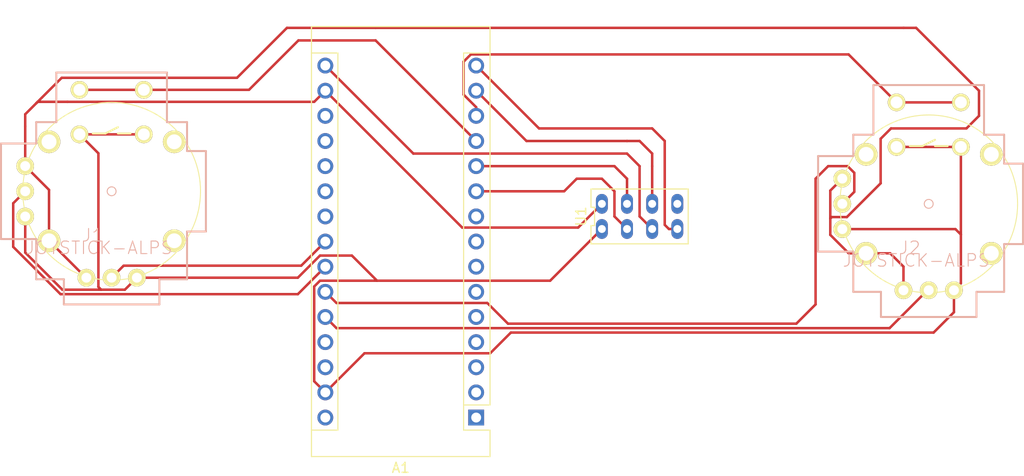
<source format=kicad_pcb>
(kicad_pcb (version 20171130) (host pcbnew 5.1.6-c6e7f7d~87~ubuntu18.04.1)

  (general
    (thickness 1.6)
    (drawings 0)
    (tracks 130)
    (zones 0)
    (modules 4)
    (nets 32)
  )

  (page A4)
  (layers
    (0 F.Cu signal)
    (31 B.Cu signal)
    (32 B.Adhes user)
    (33 F.Adhes user)
    (34 B.Paste user)
    (35 F.Paste user)
    (36 B.SilkS user)
    (37 F.SilkS user)
    (38 B.Mask user)
    (39 F.Mask user)
    (40 Dwgs.User user)
    (41 Cmts.User user)
    (42 Eco1.User user)
    (43 Eco2.User user)
    (44 Edge.Cuts user)
    (45 Margin user)
    (46 B.CrtYd user)
    (47 F.CrtYd user)
    (48 B.Fab user)
    (49 F.Fab user)
  )

  (setup
    (last_trace_width 0.25)
    (trace_clearance 0.2)
    (zone_clearance 0.508)
    (zone_45_only no)
    (trace_min 0.2)
    (via_size 0.8)
    (via_drill 0.4)
    (via_min_size 0.4)
    (via_min_drill 0.3)
    (uvia_size 0.3)
    (uvia_drill 0.1)
    (uvias_allowed no)
    (uvia_min_size 0.2)
    (uvia_min_drill 0.1)
    (edge_width 0.05)
    (segment_width 0.2)
    (pcb_text_width 0.3)
    (pcb_text_size 1.5 1.5)
    (mod_edge_width 0.12)
    (mod_text_size 1 1)
    (mod_text_width 0.15)
    (pad_size 1.778 1.778)
    (pad_drill 1.2)
    (pad_to_mask_clearance 0.05)
    (aux_axis_origin 0 0)
    (visible_elements FFFFFF7F)
    (pcbplotparams
      (layerselection 0x010fc_ffffffff)
      (usegerberextensions false)
      (usegerberattributes true)
      (usegerberadvancedattributes true)
      (creategerberjobfile true)
      (excludeedgelayer true)
      (linewidth 0.100000)
      (plotframeref false)
      (viasonmask false)
      (mode 1)
      (useauxorigin false)
      (hpglpennumber 1)
      (hpglpenspeed 20)
      (hpglpendiameter 15.000000)
      (psnegative false)
      (psa4output false)
      (plotreference true)
      (plotvalue true)
      (plotinvisibletext false)
      (padsonsilk false)
      (subtractmaskfromsilk false)
      (outputformat 1)
      (mirror false)
      (drillshape 1)
      (scaleselection 1)
      (outputdirectory ""))
  )

  (net 0 "")
  (net 1 "Net-(A1-Pad16)")
  (net 2 "Net-(A1-Pad15)")
  (net 3 "Net-(A1-Pad30)")
  (net 4 "Net-(A1-Pad14)")
  (net 5 "Net-(A1-Pad29)")
  (net 6 "Net-(A1-Pad13)")
  (net 7 "Net-(A1-Pad28)")
  (net 8 "Net-(A1-Pad12)")
  (net 9 "Net-(A1-Pad27)")
  (net 10 "Net-(A1-Pad11)")
  (net 11 "Net-(A1-Pad26)")
  (net 12 "Net-(A1-Pad10)")
  (net 13 "Net-(A1-Pad25)")
  (net 14 "Net-(A1-Pad9)")
  (net 15 "Net-(A1-Pad24)")
  (net 16 "Net-(A1-Pad8)")
  (net 17 "Net-(A1-Pad23)")
  (net 18 "Net-(A1-Pad7)")
  (net 19 "Net-(A1-Pad22)")
  (net 20 "Net-(A1-Pad6)")
  (net 21 "Net-(A1-Pad21)")
  (net 22 "Net-(A1-Pad5)")
  (net 23 "Net-(A1-Pad20)")
  (net 24 "Net-(A1-Pad4)")
  (net 25 "Net-(A1-Pad19)")
  (net 26 "Net-(A1-Pad3)")
  (net 27 "Net-(A1-Pad18)")
  (net 28 "Net-(A1-Pad2)")
  (net 29 "Net-(A1-Pad17)")
  (net 30 "Net-(A1-Pad1)")
  (net 31 "Net-(U1-Pad4)")

  (net_class Default "This is the default net class."
    (clearance 0.2)
    (trace_width 0.25)
    (via_dia 0.8)
    (via_drill 0.4)
    (uvia_dia 0.3)
    (uvia_drill 0.1)
    (add_net "Net-(A1-Pad1)")
    (add_net "Net-(A1-Pad10)")
    (add_net "Net-(A1-Pad11)")
    (add_net "Net-(A1-Pad12)")
    (add_net "Net-(A1-Pad13)")
    (add_net "Net-(A1-Pad14)")
    (add_net "Net-(A1-Pad15)")
    (add_net "Net-(A1-Pad16)")
    (add_net "Net-(A1-Pad17)")
    (add_net "Net-(A1-Pad18)")
    (add_net "Net-(A1-Pad19)")
    (add_net "Net-(A1-Pad2)")
    (add_net "Net-(A1-Pad20)")
    (add_net "Net-(A1-Pad21)")
    (add_net "Net-(A1-Pad22)")
    (add_net "Net-(A1-Pad23)")
    (add_net "Net-(A1-Pad24)")
    (add_net "Net-(A1-Pad25)")
    (add_net "Net-(A1-Pad26)")
    (add_net "Net-(A1-Pad27)")
    (add_net "Net-(A1-Pad28)")
    (add_net "Net-(A1-Pad29)")
    (add_net "Net-(A1-Pad3)")
    (add_net "Net-(A1-Pad30)")
    (add_net "Net-(A1-Pad4)")
    (add_net "Net-(A1-Pad5)")
    (add_net "Net-(A1-Pad6)")
    (add_net "Net-(A1-Pad7)")
    (add_net "Net-(A1-Pad8)")
    (add_net "Net-(A1-Pad9)")
    (add_net "Net-(U1-Pad4)")
  )

  (module cad-parts:JOYSTICK-ALPS (layer F.Cu) (tedit 5F508F32) (tstamp 5F50F288)
    (at 71.12 109.22)
    (path /5F50A4B2)
    (attr virtual)
    (fp_text reference J1 (at -1.905 4.445) (layer B.SilkS)
      (effects (font (size 1.27 1.27) (thickness 0.1016)))
    )
    (fp_text value JOYSTICK-ALPS (at -1.27 5.715) (layer B.SilkS)
      (effects (font (size 1.27 1.27) (thickness 0.1016)))
    )
    (fp_circle (center 0 0) (end -6.35 6.35) (layer F.SilkS) (width 0.1016))
    (fp_circle (center 0 0) (end -0.3175 0.3175) (layer B.SilkS) (width 0.1016))
    (fp_line (start 0.635 -5.84) (end 1.905 -5.84) (layer F.SilkS) (width 0.2032))
    (fp_line (start -0.635 -5.84) (end 0.635 -6.475) (layer F.SilkS) (width 0.2032))
    (fp_line (start -1.905 -5.84) (end -0.635 -5.84) (layer F.SilkS) (width 0.2032))
    (fp_line (start -7.62 4.826) (end -7.62 8.89) (layer B.SilkS) (width 0.2032))
    (fp_line (start -7.62 -4.826) (end -7.62 -6.985) (layer B.SilkS) (width 0.2032))
    (fp_line (start -11.176 -4.826) (end -11.176 4.826) (layer B.SilkS) (width 0.2032))
    (fp_line (start -7.62 4.826) (end -11.176 4.826) (layer B.SilkS) (width 0.2032))
    (fp_line (start -7.62 -4.826) (end -11.176 -4.826) (layer B.SilkS) (width 0.2032))
    (fp_line (start -5.588 -12) (end -5.588 -6.985) (layer B.SilkS) (width 0.2032))
    (fp_line (start 5.588 -12) (end 5.588 -6.985) (layer B.SilkS) (width 0.2032))
    (fp_line (start -5.588 -6.985) (end -7.62 -6.985) (layer B.SilkS) (width 0.2032))
    (fp_line (start 7.62 -6.985) (end 5.588 -6.985) (layer B.SilkS) (width 0.2032))
    (fp_line (start 7.62 4.064) (end 9.525 4.064) (layer B.SilkS) (width 0.2032))
    (fp_line (start 7.62 -4.064) (end 9.525 -4.064) (layer B.SilkS) (width 0.2032))
    (fp_line (start 7.62 4.064) (end 7.62 8.89) (layer B.SilkS) (width 0.2032))
    (fp_line (start 7.62 -4.064) (end 7.62 -6.985) (layer B.SilkS) (width 0.2032))
    (fp_line (start 9.525 -4.064) (end 9.525 4.064) (layer B.SilkS) (width 0.2032))
    (fp_line (start -4.826 8.89) (end -7.62 8.89) (layer B.SilkS) (width 0.2032))
    (fp_line (start 4.826 8.89) (end 7.62 8.89) (layer B.SilkS) (width 0.2032))
    (fp_line (start -4.826 11.43) (end -4.826 8.89) (layer B.SilkS) (width 0.2032))
    (fp_line (start 4.826 11.43) (end 4.826 8.89) (layer B.SilkS) (width 0.2032))
    (fp_line (start 4.826 11.43) (end -4.826 11.43) (layer B.SilkS) (width 0.2032))
    (fp_line (start 5.588 -12) (end -5.588 -12) (layer B.SilkS) (width 0.2032))
    (pad 4 thru_hole circle (at -8.73 2.55) (size 1.778 1.778) (drill 1) (layers *.Cu F.Paste F.SilkS F.Mask)
      (net 5 "Net-(A1-Pad29)"))
    (pad 1 thru_hole circle (at -8.73 0) (size 1.778 1.778) (drill 1) (layers *.Cu F.Paste F.SilkS F.Mask)
      (net 15 "Net-(A1-Pad24)"))
    (pad 0 thru_hole circle (at -8.732 -2.55) (size 1.778 1.778) (drill 1) (layers *.Cu F.Paste F.SilkS F.Mask)
      (net 29 "Net-(A1-Pad17)"))
    (pad MOUN thru_hole circle (at 6.325 -5) (size 2.286 2.286) (drill 1.5) (layers *.Cu F.Paste F.SilkS F.Mask))
    (pad MOUN thru_hole circle (at 6.325 5) (size 2.286 2.286) (drill 1.5) (layers *.Cu F.Paste F.SilkS F.Mask))
    (pad 0 thru_hole circle (at -6.325 5) (size 2.286 2.286) (drill 1.5) (layers *.Cu F.Paste F.SilkS F.Mask)
      (net 29 "Net-(A1-Pad17)"))
    (pad MOUN thru_hole circle (at -6.325 -5) (size 2.286 2.286) (drill 1.5) (layers *.Cu F.Paste F.SilkS F.Mask))
    (pad 4 thru_hole circle (at 2.55 8.73) (size 1.778 1.778) (drill 1) (layers *.Cu F.Paste F.SilkS F.Mask)
      (net 5 "Net-(A1-Pad29)"))
    (pad 2 thru_hole circle (at 0 8.73) (size 1.778 1.778) (drill 1) (layers *.Cu F.Paste F.SilkS F.Mask)
      (net 17 "Net-(A1-Pad23)"))
    (pad 0 thru_hole circle (at -2.55 8.73) (size 1.778 1.778) (drill 1) (layers *.Cu F.Paste F.SilkS F.Mask)
      (net 29 "Net-(A1-Pad17)"))
    (pad 4 thru_hole circle (at 3.25 -5.75) (size 1.778 1.778) (drill 1.2) (layers *.Cu F.Paste F.SilkS F.Mask)
      (net 5 "Net-(A1-Pad29)"))
    (pad 4 thru_hole circle (at -3.25 -5.75) (size 1.778 1.778) (drill 1.2) (layers *.Cu F.Paste F.SilkS F.Mask)
      (net 5 "Net-(A1-Pad29)"))
    (pad 3 thru_hole circle (at 3.25 -10.25) (size 1.778 1.778) (drill 1.2) (layers *.Cu F.Paste F.SilkS F.Mask)
      (net 8 "Net-(A1-Pad12)"))
    (pad 3 thru_hole circle (at -3.25 -10.25) (size 1.778 1.778) (drill 1.2) (layers *.Cu F.Paste F.SilkS F.Mask)
      (net 8 "Net-(A1-Pad12)"))
  )

  (module Module:Arduino_Nano (layer F.Cu) (tedit 58ACAF70) (tstamp 5F50ECE2)
    (at 107.95 132.08 180)
    (descr "Arduino Nano, http://www.mouser.com/pdfdocs/Gravitech_Arduino_Nano3_0.pdf")
    (tags "Arduino Nano")
    (path /5F50914A)
    (fp_text reference A1 (at 7.62 -5.08) (layer F.SilkS)
      (effects (font (size 1 1) (thickness 0.15)))
    )
    (fp_text value Arduino_Nano_v2.x (at 8.89 19.05 90) (layer F.Fab)
      (effects (font (size 1 1) (thickness 0.15)))
    )
    (fp_text user %R (at 6.35 19.05 90) (layer F.Fab)
      (effects (font (size 1 1) (thickness 0.15)))
    )
    (fp_line (start 1.27 1.27) (end 1.27 -1.27) (layer F.SilkS) (width 0.12))
    (fp_line (start 1.27 -1.27) (end -1.4 -1.27) (layer F.SilkS) (width 0.12))
    (fp_line (start -1.4 1.27) (end -1.4 39.5) (layer F.SilkS) (width 0.12))
    (fp_line (start -1.4 -3.94) (end -1.4 -1.27) (layer F.SilkS) (width 0.12))
    (fp_line (start 13.97 -1.27) (end 16.64 -1.27) (layer F.SilkS) (width 0.12))
    (fp_line (start 13.97 -1.27) (end 13.97 36.83) (layer F.SilkS) (width 0.12))
    (fp_line (start 13.97 36.83) (end 16.64 36.83) (layer F.SilkS) (width 0.12))
    (fp_line (start 1.27 1.27) (end -1.4 1.27) (layer F.SilkS) (width 0.12))
    (fp_line (start 1.27 1.27) (end 1.27 36.83) (layer F.SilkS) (width 0.12))
    (fp_line (start 1.27 36.83) (end -1.4 36.83) (layer F.SilkS) (width 0.12))
    (fp_line (start 3.81 31.75) (end 11.43 31.75) (layer F.Fab) (width 0.1))
    (fp_line (start 11.43 31.75) (end 11.43 41.91) (layer F.Fab) (width 0.1))
    (fp_line (start 11.43 41.91) (end 3.81 41.91) (layer F.Fab) (width 0.1))
    (fp_line (start 3.81 41.91) (end 3.81 31.75) (layer F.Fab) (width 0.1))
    (fp_line (start -1.4 39.5) (end 16.64 39.5) (layer F.SilkS) (width 0.12))
    (fp_line (start 16.64 39.5) (end 16.64 -3.94) (layer F.SilkS) (width 0.12))
    (fp_line (start 16.64 -3.94) (end -1.4 -3.94) (layer F.SilkS) (width 0.12))
    (fp_line (start 16.51 39.37) (end -1.27 39.37) (layer F.Fab) (width 0.1))
    (fp_line (start -1.27 39.37) (end -1.27 -2.54) (layer F.Fab) (width 0.1))
    (fp_line (start -1.27 -2.54) (end 0 -3.81) (layer F.Fab) (width 0.1))
    (fp_line (start 0 -3.81) (end 16.51 -3.81) (layer F.Fab) (width 0.1))
    (fp_line (start 16.51 -3.81) (end 16.51 39.37) (layer F.Fab) (width 0.1))
    (fp_line (start -1.53 -4.06) (end 16.75 -4.06) (layer F.CrtYd) (width 0.05))
    (fp_line (start -1.53 -4.06) (end -1.53 42.16) (layer F.CrtYd) (width 0.05))
    (fp_line (start 16.75 42.16) (end 16.75 -4.06) (layer F.CrtYd) (width 0.05))
    (fp_line (start 16.75 42.16) (end -1.53 42.16) (layer F.CrtYd) (width 0.05))
    (pad 16 thru_hole oval (at 15.24 35.56 180) (size 1.6 1.6) (drill 1) (layers *.Cu *.Mask)
      (net 1 "Net-(A1-Pad16)"))
    (pad 15 thru_hole oval (at 0 35.56 180) (size 1.6 1.6) (drill 1) (layers *.Cu *.Mask)
      (net 2 "Net-(A1-Pad15)"))
    (pad 30 thru_hole oval (at 15.24 0 180) (size 1.6 1.6) (drill 1) (layers *.Cu *.Mask)
      (net 3 "Net-(A1-Pad30)"))
    (pad 14 thru_hole oval (at 0 33.02 180) (size 1.6 1.6) (drill 1) (layers *.Cu *.Mask)
      (net 4 "Net-(A1-Pad14)"))
    (pad 29 thru_hole oval (at 15.24 2.54 180) (size 1.6 1.6) (drill 1) (layers *.Cu *.Mask)
      (net 5 "Net-(A1-Pad29)"))
    (pad 13 thru_hole oval (at 0 30.48 180) (size 1.6 1.6) (drill 1) (layers *.Cu *.Mask)
      (net 6 "Net-(A1-Pad13)"))
    (pad 28 thru_hole oval (at 15.24 5.08 180) (size 1.6 1.6) (drill 1) (layers *.Cu *.Mask)
      (net 7 "Net-(A1-Pad28)"))
    (pad 12 thru_hole oval (at 0 27.94 180) (size 1.6 1.6) (drill 1) (layers *.Cu *.Mask)
      (net 8 "Net-(A1-Pad12)"))
    (pad 27 thru_hole oval (at 15.24 7.62 180) (size 1.6 1.6) (drill 1) (layers *.Cu *.Mask)
      (net 9 "Net-(A1-Pad27)"))
    (pad 11 thru_hole oval (at 0 25.4 180) (size 1.6 1.6) (drill 1) (layers *.Cu *.Mask)
      (net 10 "Net-(A1-Pad11)"))
    (pad 26 thru_hole oval (at 15.24 10.16 180) (size 1.6 1.6) (drill 1) (layers *.Cu *.Mask)
      (net 11 "Net-(A1-Pad26)"))
    (pad 10 thru_hole oval (at 0 22.86 180) (size 1.6 1.6) (drill 1) (layers *.Cu *.Mask)
      (net 12 "Net-(A1-Pad10)"))
    (pad 25 thru_hole oval (at 15.24 12.7 180) (size 1.6 1.6) (drill 1) (layers *.Cu *.Mask)
      (net 13 "Net-(A1-Pad25)"))
    (pad 9 thru_hole oval (at 0 20.32 180) (size 1.6 1.6) (drill 1) (layers *.Cu *.Mask)
      (net 14 "Net-(A1-Pad9)"))
    (pad 24 thru_hole oval (at 15.24 15.24 180) (size 1.6 1.6) (drill 1) (layers *.Cu *.Mask)
      (net 15 "Net-(A1-Pad24)"))
    (pad 8 thru_hole oval (at 0 17.78 180) (size 1.6 1.6) (drill 1) (layers *.Cu *.Mask)
      (net 16 "Net-(A1-Pad8)"))
    (pad 23 thru_hole oval (at 15.24 17.78 180) (size 1.6 1.6) (drill 1) (layers *.Cu *.Mask)
      (net 17 "Net-(A1-Pad23)"))
    (pad 7 thru_hole oval (at 0 15.24 180) (size 1.6 1.6) (drill 1) (layers *.Cu *.Mask)
      (net 18 "Net-(A1-Pad7)"))
    (pad 22 thru_hole oval (at 15.24 20.32 180) (size 1.6 1.6) (drill 1) (layers *.Cu *.Mask)
      (net 19 "Net-(A1-Pad22)"))
    (pad 6 thru_hole oval (at 0 12.7 180) (size 1.6 1.6) (drill 1) (layers *.Cu *.Mask)
      (net 20 "Net-(A1-Pad6)"))
    (pad 21 thru_hole oval (at 15.24 22.86 180) (size 1.6 1.6) (drill 1) (layers *.Cu *.Mask)
      (net 21 "Net-(A1-Pad21)"))
    (pad 5 thru_hole oval (at 0 10.16 180) (size 1.6 1.6) (drill 1) (layers *.Cu *.Mask)
      (net 22 "Net-(A1-Pad5)"))
    (pad 20 thru_hole oval (at 15.24 25.4 180) (size 1.6 1.6) (drill 1) (layers *.Cu *.Mask)
      (net 23 "Net-(A1-Pad20)"))
    (pad 4 thru_hole oval (at 0 7.62 180) (size 1.6 1.6) (drill 1) (layers *.Cu *.Mask)
      (net 24 "Net-(A1-Pad4)"))
    (pad 19 thru_hole oval (at 15.24 27.94 180) (size 1.6 1.6) (drill 1) (layers *.Cu *.Mask)
      (net 25 "Net-(A1-Pad19)"))
    (pad 3 thru_hole oval (at 0 5.08 180) (size 1.6 1.6) (drill 1) (layers *.Cu *.Mask)
      (net 26 "Net-(A1-Pad3)"))
    (pad 18 thru_hole oval (at 15.24 30.48 180) (size 1.6 1.6) (drill 1) (layers *.Cu *.Mask)
      (net 27 "Net-(A1-Pad18)"))
    (pad 2 thru_hole oval (at 0 2.54 180) (size 1.6 1.6) (drill 1) (layers *.Cu *.Mask)
      (net 28 "Net-(A1-Pad2)"))
    (pad 17 thru_hole oval (at 15.24 33.02 180) (size 1.6 1.6) (drill 1) (layers *.Cu *.Mask)
      (net 29 "Net-(A1-Pad17)"))
    (pad 1 thru_hole rect (at 0 0 180) (size 1.6 1.6) (drill 1) (layers *.Cu *.Mask)
      (net 30 "Net-(A1-Pad1)"))
    (model ${KISYS3DMOD}/Module.3dshapes/Arduino_Nano_WithMountingHoles.wrl
      (at (xyz 0 0 0))
      (scale (xyz 1 1 1))
      (rotate (xyz 0 0 0))
    )
  )

  (module cad-parts:JOYSTICK-ALPS (layer F.Cu) (tedit 5F51AB0B) (tstamp 5F51ACDE)
    (at 153.67 110.49)
    (path /5F510B0B)
    (attr virtual)
    (fp_text reference J2 (at -1.905 4.445) (layer B.SilkS)
      (effects (font (size 1.27 1.27) (thickness 0.1016)))
    )
    (fp_text value JOYSTICK-ALPS (at -1.27 5.715) (layer B.SilkS)
      (effects (font (size 1.27 1.27) (thickness 0.1016)))
    )
    (fp_circle (center 0 0) (end -6.35 6.35) (layer F.SilkS) (width 0.1016))
    (fp_circle (center 0 0) (end -0.3175 0.3175) (layer B.SilkS) (width 0.1016))
    (fp_line (start 0.635 -5.84) (end 1.905 -5.84) (layer F.SilkS) (width 0.2032))
    (fp_line (start -0.635 -5.84) (end 0.635 -6.475) (layer F.SilkS) (width 0.2032))
    (fp_line (start -1.905 -5.84) (end -0.635 -5.84) (layer F.SilkS) (width 0.2032))
    (fp_line (start -7.62 4.826) (end -7.62 8.89) (layer B.SilkS) (width 0.2032))
    (fp_line (start -7.62 -4.826) (end -7.62 -6.985) (layer B.SilkS) (width 0.2032))
    (fp_line (start -11.176 -4.826) (end -11.176 4.826) (layer B.SilkS) (width 0.2032))
    (fp_line (start -7.62 4.826) (end -11.176 4.826) (layer B.SilkS) (width 0.2032))
    (fp_line (start -7.62 -4.826) (end -11.176 -4.826) (layer B.SilkS) (width 0.2032))
    (fp_line (start -5.588 -12) (end -5.588 -6.985) (layer B.SilkS) (width 0.2032))
    (fp_line (start 5.588 -12) (end 5.588 -6.985) (layer B.SilkS) (width 0.2032))
    (fp_line (start -5.588 -6.985) (end -7.62 -6.985) (layer B.SilkS) (width 0.2032))
    (fp_line (start 7.62 -6.985) (end 5.588 -6.985) (layer B.SilkS) (width 0.2032))
    (fp_line (start 7.62 4.064) (end 9.525 4.064) (layer B.SilkS) (width 0.2032))
    (fp_line (start 7.62 -4.064) (end 9.525 -4.064) (layer B.SilkS) (width 0.2032))
    (fp_line (start 7.62 4.064) (end 7.62 8.89) (layer B.SilkS) (width 0.2032))
    (fp_line (start 7.62 -4.064) (end 7.62 -6.985) (layer B.SilkS) (width 0.2032))
    (fp_line (start 9.525 -4.064) (end 9.525 4.064) (layer B.SilkS) (width 0.2032))
    (fp_line (start -4.826 8.89) (end -7.62 8.89) (layer B.SilkS) (width 0.2032))
    (fp_line (start 4.826 8.89) (end 7.62 8.89) (layer B.SilkS) (width 0.2032))
    (fp_line (start -4.826 11.43) (end -4.826 8.89) (layer B.SilkS) (width 0.2032))
    (fp_line (start 4.826 11.43) (end 4.826 8.89) (layer B.SilkS) (width 0.2032))
    (fp_line (start 4.826 11.43) (end -4.826 11.43) (layer B.SilkS) (width 0.2032))
    (fp_line (start 5.588 -12) (end -5.588 -12) (layer B.SilkS) (width 0.2032))
    (pad 4 thru_hole circle (at -8.73 2.55) (size 1.778 1.778) (drill 1) (layers *.Cu F.Paste F.SilkS F.Mask)
      (net 5 "Net-(A1-Pad29)"))
    (pad 1 thru_hole circle (at -8.73 0) (size 1.778 1.778) (drill 1) (layers *.Cu F.Paste F.SilkS F.Mask)
      (net 13 "Net-(A1-Pad25)"))
    (pad 0 thru_hole circle (at -8.732 -2.55) (size 1.778 1.778) (drill 1) (layers *.Cu F.Paste F.SilkS F.Mask)
      (net 29 "Net-(A1-Pad17)"))
    (pad MOUN thru_hole circle (at 6.325 -5) (size 2.286 2.286) (drill 1.5) (layers *.Cu F.Paste F.SilkS F.Mask))
    (pad MOUN thru_hole circle (at 6.325 5) (size 2.286 2.286) (drill 1.5) (layers *.Cu F.Paste F.SilkS F.Mask))
    (pad 0 thru_hole circle (at -6.325 5) (size 2.286 2.286) (drill 1.5) (layers *.Cu F.Paste F.SilkS F.Mask)
      (net 29 "Net-(A1-Pad17)"))
    (pad MOUN thru_hole circle (at -6.325 -5) (size 2.286 2.286) (drill 1.5) (layers *.Cu F.Paste F.SilkS F.Mask))
    (pad 4 thru_hole circle (at 2.55 8.73) (size 1.778 1.778) (drill 1) (layers *.Cu F.Paste F.SilkS F.Mask)
      (net 5 "Net-(A1-Pad29)"))
    (pad 2 thru_hole circle (at 0 8.73) (size 1.778 1.778) (drill 1) (layers *.Cu F.Paste F.SilkS F.Mask)
      (net 11 "Net-(A1-Pad26)"))
    (pad 0 thru_hole circle (at -2.55 8.73) (size 1.778 1.778) (drill 1) (layers *.Cu F.Paste F.SilkS F.Mask)
      (net 29 "Net-(A1-Pad17)"))
    (pad 4 thru_hole circle (at 3.25 -5.75) (size 1.778 1.778) (drill 1.2) (layers *.Cu F.Paste F.SilkS F.Mask)
      (net 5 "Net-(A1-Pad29)"))
    (pad 4 thru_hole circle (at -3.25 -5.75) (size 1.778 1.778) (drill 1.2) (layers *.Cu F.Paste F.SilkS F.Mask)
      (net 5 "Net-(A1-Pad29)"))
    (pad 3 thru_hole circle (at 3.25 -10.25) (size 1.778 1.778) (drill 1.2) (layers *.Cu F.Paste F.SilkS F.Mask)
      (net 6 "Net-(A1-Pad13)"))
    (pad 3 thru_hole circle (at -3.25 -10.25) (size 1.778 1.778) (drill 1.2) (layers *.Cu F.Paste F.SilkS F.Mask)
      (net 6 "Net-(A1-Pad13)"))
  )

  (module cad-parts:nRF24 (layer F.Cu) (tedit 5F508F62) (tstamp 5F50F07A)
    (at 124.46 111.76)
    (path /5F508671)
    (fp_text reference U1 (at -5.91 0 90) (layer F.SilkS)
      (effects (font (size 1 1) (thickness 0.15)))
    )
    (fp_text value nRF24 (at 0 -3.81) (layer F.Fab)
      (effects (font (size 1 1) (thickness 0.15)))
    )
    (fp_line (start -4.91 2.769999) (end 4.91 2.77) (layer F.SilkS) (width 0.12))
    (fp_line (start 4.91 2.77) (end 4.91 -2.769999) (layer F.SilkS) (width 0.12))
    (fp_line (start 4.91 -2.769999) (end -4.91 -2.77) (layer F.SilkS) (width 0.12))
    (fp_line (start -4.91 -2.77) (end -4.91 -0.923333) (layer F.SilkS) (width 0.12))
    (fp_line (start -4.91 -0.923333) (end -4.55 -0.923333) (layer F.SilkS) (width 0.12))
    (fp_line (start -4.55 -0.923333) (end -4.55 0.923333) (layer F.SilkS) (width 0.12))
    (fp_line (start -4.55 0.923333) (end -4.91 0.923333) (layer F.SilkS) (width 0.12))
    (fp_line (start -4.91 0.923333) (end -4.91 2.769999) (layer F.SilkS) (width 0.12))
    (fp_line (start -4.66 -2.52) (end 4.66 -2.52) (layer F.CrtYd) (width 0.05))
    (fp_line (start 4.66 -2.52) (end 4.66 2.52) (layer F.CrtYd) (width 0.05))
    (fp_line (start 4.66 2.52) (end -4.66 2.52) (layer F.CrtYd) (width 0.05))
    (fp_line (start -4.66 2.52) (end -4.66 -2.52) (layer F.CrtYd) (width 0.05))
    (pad 3 thru_hole oval (at 3.81 1.27) (size 1.2 2) (drill 0.8) (layers *.Cu *.Mask)
      (net 2 "Net-(A1-Pad15)"))
    (pad 4 thru_hole oval (at 3.81 -1.27) (size 1.2 2) (drill 0.8) (layers *.Cu *.Mask)
      (net 31 "Net-(U1-Pad4)"))
    (pad 2 thru_hole oval (at 1.27 1.27) (size 1.2 2) (drill 0.8) (layers *.Cu *.Mask)
      (net 1 "Net-(A1-Pad16)"))
    (pad 5 thru_hole oval (at 1.27 -1.27) (size 1.2 2) (drill 0.8) (layers *.Cu *.Mask)
      (net 4 "Net-(A1-Pad14)"))
    (pad 1 thru_hole oval (at -1.27 1.27) (size 1.2 2) (drill 0.8) (layers *.Cu *.Mask)
      (net 12 "Net-(A1-Pad10)"))
    (pad 6 thru_hole oval (at -1.27 -1.27) (size 1.2 2) (drill 0.8) (layers *.Cu *.Mask)
      (net 10 "Net-(A1-Pad11)"))
    (pad 0 thru_hole oval (at -3.81 1.27) (size 1.2 2) (drill 0.8) (layers *.Cu *.Mask)
      (net 5 "Net-(A1-Pad29)"))
    (pad 7 thru_hole oval (at -3.81 -1.27) (size 1.2 2) (drill 0.8) (layers *.Cu *.Mask)
      (net 29 "Net-(A1-Pad17)"))
  )

  (segment (start 125.73 113.03) (end 124.46 111.76) (width 0.25) (layer F.Cu) (net 1))
  (segment (start 124.46 111.76) (end 124.46 106.68) (width 0.25) (layer F.Cu) (net 1))
  (segment (start 92.71 96.52) (end 101.6 105.41) (width 0.25) (layer F.Cu) (net 1))
  (segment (start 101.6 105.41) (end 123.19 105.41) (width 0.25) (layer F.Cu) (net 1))
  (segment (start 123.19 105.41) (end 124.46 106.68) (width 0.25) (layer F.Cu) (net 1))
  (segment (start 127.42 113.03) (end 127 112.61) (width 0.25) (layer F.Cu) (net 2))
  (segment (start 128.27 113.03) (end 127.42 113.03) (width 0.25) (layer F.Cu) (net 2))
  (segment (start 107.95 96.52) (end 114.3 102.87) (width 0.25) (layer F.Cu) (net 2))
  (segment (start 114.3 102.87) (end 125.73 102.87) (width 0.25) (layer F.Cu) (net 2))
  (segment (start 125.73 102.87) (end 127 104.14) (width 0.25) (layer F.Cu) (net 2))
  (segment (start 127 104.14) (end 127 112.61) (width 0.25) (layer F.Cu) (net 2))
  (segment (start 125.73 106.68) (end 125.73 110.49) (width 0.25) (layer F.Cu) (net 4))
  (segment (start 107.95 99.06) (end 113.03 104.14) (width 0.25) (layer F.Cu) (net 4))
  (segment (start 113.03 104.14) (end 123.19 104.14) (width 0.25) (layer F.Cu) (net 4))
  (segment (start 123.19 104.14) (end 124.46 104.14) (width 0.25) (layer F.Cu) (net 4))
  (segment (start 124.46 104.14) (end 125.73 105.41) (width 0.25) (layer F.Cu) (net 4))
  (segment (start 125.73 105.41) (end 125.73 106.68) (width 0.25) (layer F.Cu) (net 4))
  (segment (start 156.92 104.74) (end 150.42 104.74) (width 0.25) (layer F.Cu) (net 5))
  (segment (start 72.455999 119.164001) (end 73.67 117.95) (width 0.25) (layer F.Cu) (net 5))
  (segment (start 91.584999 128.414999) (end 92.71 129.54) (width 0.25) (layer F.Cu) (net 5))
  (segment (start 91.584999 118.839999) (end 91.584999 128.414999) (width 0.25) (layer F.Cu) (net 5))
  (segment (start 92.169999 118.254999) (end 91.584999 118.839999) (width 0.25) (layer F.Cu) (net 5))
  (segment (start 120.65 113.03) (end 115.425001 118.254999) (width 0.25) (layer F.Cu) (net 5))
  (segment (start 97.934999 118.254999) (end 92.169999 118.254999) (width 0.25) (layer F.Cu) (net 5))
  (segment (start 115.425001 118.254999) (end 97.934999 118.254999) (width 0.25) (layer F.Cu) (net 5))
  (segment (start 89.934998 117.95) (end 73.67 117.95) (width 0.25) (layer F.Cu) (net 5))
  (segment (start 92.169999 115.714999) (end 89.934998 117.95) (width 0.25) (layer F.Cu) (net 5))
  (segment (start 95.394999 115.714999) (end 92.169999 115.714999) (width 0.25) (layer F.Cu) (net 5))
  (segment (start 97.934999 118.254999) (end 95.394999 115.714999) (width 0.25) (layer F.Cu) (net 5))
  (segment (start 69.784001 118.882003) (end 70.065999 119.164001) (width 0.25) (layer F.Cu) (net 5))
  (segment (start 70.065999 119.164001) (end 72.455999 119.164001) (width 0.25) (layer F.Cu) (net 5))
  (segment (start 92.71 129.54) (end 96.664999 125.585001) (width 0.25) (layer F.Cu) (net 5))
  (segment (start 111.454989 123.495011) (end 154.162631 123.495011) (width 0.25) (layer F.Cu) (net 5))
  (segment (start 96.664999 125.585001) (end 109.364999 125.585001) (width 0.25) (layer F.Cu) (net 5))
  (segment (start 109.364999 125.585001) (end 111.454989 123.495011) (width 0.25) (layer F.Cu) (net 5))
  (segment (start 74.37 103.47) (end 67.87 103.47) (width 0.25) (layer F.Cu) (net 5))
  (segment (start 67.87 103.47) (end 69.784001 105.384001) (width 0.25) (layer F.Cu) (net 5))
  (segment (start 69.784001 105.384001) (end 69.784001 118.882003) (width 0.25) (layer F.Cu) (net 5))
  (segment (start 156.92 118.52) (end 156.22 119.22) (width 0.25) (layer F.Cu) (net 5))
  (segment (start 156.37 113.04) (end 156.92 113.59) (width 0.25) (layer F.Cu) (net 5))
  (segment (start 144.94 113.04) (end 156.37 113.04) (width 0.25) (layer F.Cu) (net 5))
  (segment (start 156.92 104.74) (end 156.92 113.59) (width 0.25) (layer F.Cu) (net 5))
  (segment (start 156.92 113.59) (end 156.92 118.52) (width 0.25) (layer F.Cu) (net 5))
  (segment (start 156.22 121.437642) (end 154.162631 123.495011) (width 0.25) (layer F.Cu) (net 5))
  (segment (start 156.22 119.22) (end 156.22 121.437642) (width 0.25) (layer F.Cu) (net 5))
  (segment (start 62.39 111.77) (end 62.39 115.41) (width 0.25) (layer F.Cu) (net 5))
  (segment (start 66.144001 119.164001) (end 70.065999 119.164001) (width 0.25) (layer F.Cu) (net 5))
  (segment (start 62.39 115.41) (end 66.144001 119.164001) (width 0.25) (layer F.Cu) (net 5))
  (segment (start 156.92 100.24) (end 150.42 100.24) (width 0.25) (layer F.Cu) (net 6))
  (segment (start 107.409999 95.394999) (end 106.68 96.124998) (width 0.25) (layer F.Cu) (net 6))
  (segment (start 145.574999 95.394999) (end 107.409999 95.394999) (width 0.25) (layer F.Cu) (net 6))
  (segment (start 150.42 100.24) (end 145.574999 95.394999) (width 0.25) (layer F.Cu) (net 6))
  (segment (start 106.68 99.455002) (end 107.95 100.725002) (width 0.25) (layer F.Cu) (net 6))
  (segment (start 107.95 100.725002) (end 107.95 101.6) (width 0.25) (layer F.Cu) (net 6))
  (segment (start 106.68 96.124998) (end 106.68 99.455002) (width 0.25) (layer F.Cu) (net 6))
  (segment (start 146.152001 107.357279) (end 145.474722 106.68) (width 0.25) (layer F.Cu) (net 13))
  (segment (start 146.152001 109.277999) (end 146.152001 107.357279) (width 0.25) (layer F.Cu) (net 13))
  (segment (start 144.94 110.49) (end 146.152001 109.277999) (width 0.25) (layer F.Cu) (net 13))
  (segment (start 67.87 98.97) (end 74.37 98.97) (width 0.25) (layer F.Cu) (net 8))
  (segment (start 97.79 93.98) (end 107.95 104.14) (width 0.25) (layer F.Cu) (net 8))
  (segment (start 74.37 98.97) (end 85 98.97) (width 0.25) (layer F.Cu) (net 8))
  (segment (start 89.99 93.98) (end 97.79 93.98) (width 0.25) (layer F.Cu) (net 8))
  (segment (start 85 98.97) (end 89.99 93.98) (width 0.25) (layer F.Cu) (net 8))
  (segment (start 107.95 106.68) (end 121.92 106.68) (width 0.25) (layer F.Cu) (net 10))
  (segment (start 121.92 106.68) (end 123.19 107.95) (width 0.25) (layer F.Cu) (net 10))
  (segment (start 123.19 110.49) (end 123.19 107.95) (width 0.25) (layer F.Cu) (net 10))
  (segment (start 93.835001 123.045001) (end 149.715001 123.045001) (width 0.25) (layer F.Cu) (net 11))
  (segment (start 92.71 121.92) (end 93.835001 123.045001) (width 0.25) (layer F.Cu) (net 11))
  (segment (start 153.540002 119.22) (end 153.67 119.22) (width 0.25) (layer F.Cu) (net 11))
  (segment (start 149.715001 123.045001) (end 153.540002 119.22) (width 0.25) (layer F.Cu) (net 11))
  (segment (start 120.65 107.95) (end 118.11 107.95) (width 0.25) (layer F.Cu) (net 12))
  (segment (start 116.84 109.22) (end 107.95 109.22) (width 0.25) (layer F.Cu) (net 12))
  (segment (start 121.92 109.22) (end 120.65 107.95) (width 0.25) (layer F.Cu) (net 12))
  (segment (start 118.11 107.95) (end 116.84 109.22) (width 0.25) (layer F.Cu) (net 12))
  (segment (start 123.19 113.03) (end 121.92 111.76) (width 0.25) (layer F.Cu) (net 12))
  (segment (start 121.92 111.76) (end 121.92 109.22) (width 0.25) (layer F.Cu) (net 12))
  (segment (start 142.24 120.65) (end 142.24 107.95) (width 0.25) (layer F.Cu) (net 13))
  (segment (start 142.24 107.95) (end 143.51 106.68) (width 0.25) (layer F.Cu) (net 13))
  (segment (start 140.295009 122.594991) (end 142.24 120.65) (width 0.25) (layer F.Cu) (net 13))
  (segment (start 145.474722 106.68) (end 143.51 106.68) (width 0.25) (layer F.Cu) (net 13))
  (segment (start 92.71 119.38) (end 93.835001 120.505001) (width 0.25) (layer F.Cu) (net 13))
  (segment (start 93.835001 120.505001) (end 109.075001 120.505001) (width 0.25) (layer F.Cu) (net 13))
  (segment (start 109.075001 120.505001) (end 111.164991 122.594991) (width 0.25) (layer F.Cu) (net 13))
  (segment (start 111.164991 122.594991) (end 140.295009 122.594991) (width 0.25) (layer F.Cu) (net 13))
  (segment (start 89.935989 119.614011) (end 92.71 116.84) (width 0.25) (layer F.Cu) (net 15))
  (segment (start 65.957601 119.614011) (end 89.935989 119.614011) (width 0.25) (layer F.Cu) (net 15))
  (segment (start 61.175999 110.434001) (end 61.175999 114.832409) (width 0.25) (layer F.Cu) (net 15))
  (segment (start 61.175999 114.832409) (end 65.957601 119.614011) (width 0.25) (layer F.Cu) (net 15))
  (segment (start 62.39 109.22) (end 61.175999 110.434001) (width 0.25) (layer F.Cu) (net 15))
  (segment (start 72.334001 116.735999) (end 71.12 117.95) (width 0.25) (layer F.Cu) (net 17))
  (segment (start 90.274001 116.735999) (end 72.334001 116.735999) (width 0.25) (layer F.Cu) (net 17))
  (segment (start 92.71 114.3) (end 90.274001 116.735999) (width 0.25) (layer F.Cu) (net 17))
  (segment (start 151.12 119.22) (end 151.12 116.83) (width 0.25) (layer F.Cu) (net 29))
  (segment (start 149.78 115.49) (end 147.345 115.49) (width 0.25) (layer F.Cu) (net 29))
  (segment (start 151.12 116.83) (end 149.78 115.49) (width 0.25) (layer F.Cu) (net 29))
  (segment (start 143.725999 109.152001) (end 144.938 107.94) (width 0.25) (layer F.Cu) (net 29))
  (segment (start 145.593278 115.49) (end 143.725999 113.622721) (width 0.25) (layer F.Cu) (net 29))
  (segment (start 147.345 115.49) (end 145.593278 115.49) (width 0.25) (layer F.Cu) (net 29))
  (segment (start 68.525 117.95) (end 68.57 117.95) (width 0.25) (layer F.Cu) (net 29))
  (segment (start 64.795 114.22) (end 68.525 117.95) (width 0.25) (layer F.Cu) (net 29))
  (segment (start 106.535001 112.885001) (end 92.71 99.06) (width 0.25) (layer F.Cu) (net 29))
  (segment (start 118.254999 112.885001) (end 106.535001 112.885001) (width 0.25) (layer F.Cu) (net 29))
  (segment (start 120.65 110.49) (end 118.254999 112.885001) (width 0.25) (layer F.Cu) (net 29))
  (segment (start 91.585999 100.184001) (end 92.71 99.06) (width 0.25) (layer F.Cu) (net 29))
  (segment (start 66.658357 100.184001) (end 91.585999 100.184001) (width 0.25) (layer F.Cu) (net 29))
  (segment (start 143.725999 113.622721) (end 143.725999 111.975999) (width 0.25) (layer F.Cu) (net 29))
  (segment (start 143.725999 111.975999) (end 143.725999 109.152001) (width 0.25) (layer F.Cu) (net 29))
  (segment (start 66.655999 100.181643) (end 66.658357 100.184001) (width 0.25) (layer F.Cu) (net 29))
  (segment (start 64.795 109.077) (end 62.388 106.67) (width 0.25) (layer F.Cu) (net 29))
  (segment (start 64.795 114.22) (end 64.795 109.077) (width 0.25) (layer F.Cu) (net 29))
  (segment (start 62.388 106.67) (end 62.388 102.655278) (width 0.25) (layer F.Cu) (net 29))
  (segment (start 62.388 102.655278) (end 62.388 101.442) (width 0.25) (layer F.Cu) (net 29))
  (segment (start 66.074001 97.755999) (end 83.785999 97.755999) (width 0.25) (layer F.Cu) (net 29))
  (segment (start 83.785999 97.755999) (end 88.831998 92.71) (width 0.25) (layer F.Cu) (net 29))
  (segment (start 88.831998 92.71) (end 97.79 92.71) (width 0.25) (layer F.Cu) (net 29))
  (segment (start 63.648357 100.181643) (end 63.5 100.33) (width 0.25) (layer F.Cu) (net 29))
  (segment (start 66.655999 100.181643) (end 63.648357 100.181643) (width 0.25) (layer F.Cu) (net 29))
  (segment (start 62.388 101.442) (end 63.5 100.33) (width 0.25) (layer F.Cu) (net 29))
  (segment (start 63.5 100.33) (end 66.074001 97.755999) (width 0.25) (layer F.Cu) (net 29))
  (segment (start 97.79 92.71) (end 151.13 92.71) (width 0.25) (layer F.Cu) (net 29))
  (segment (start 158.75 99.06) (end 152.4 92.71) (width 0.25) (layer F.Cu) (net 29))
  (segment (start 158.75 101.6) (end 158.75 99.06) (width 0.25) (layer F.Cu) (net 29))
  (segment (start 143.875999 111.825999) (end 145.400723 111.825999) (width 0.25) (layer F.Cu) (net 29))
  (segment (start 152.4 92.71) (end 151.13 92.71) (width 0.25) (layer F.Cu) (net 29))
  (segment (start 157.48 102.87) (end 158.75 101.6) (width 0.25) (layer F.Cu) (net 29))
  (segment (start 143.725999 111.975999) (end 143.875999 111.825999) (width 0.25) (layer F.Cu) (net 29))
  (segment (start 145.400723 111.825999) (end 148.813001 108.413721) (width 0.25) (layer F.Cu) (net 29))
  (segment (start 148.813001 108.413721) (end 148.813001 103.916999) (width 0.25) (layer F.Cu) (net 29))
  (segment (start 148.813001 103.916999) (end 149.86 102.87) (width 0.25) (layer F.Cu) (net 29))
  (segment (start 149.86 102.87) (end 157.48 102.87) (width 0.25) (layer F.Cu) (net 29))

)

</source>
